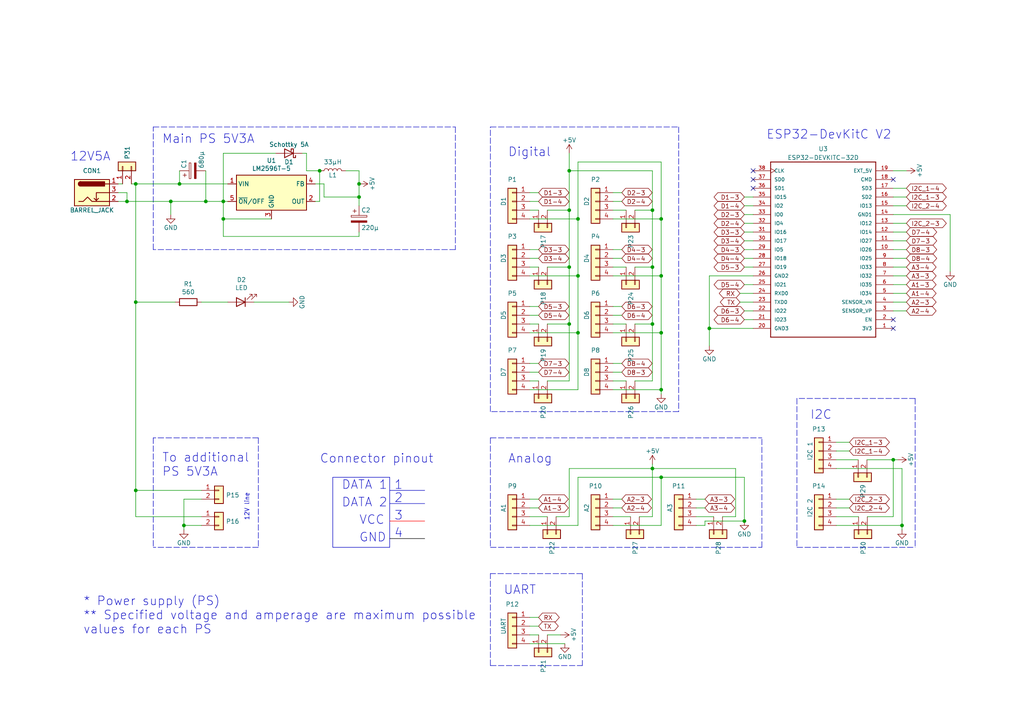
<source format=kicad_sch>
(kicad_sch (version 20211123) (generator eeschema)
  (paper "A4")
  (lib_symbols
    (symbol "Connector:Barrel_Jack_Switch" (pin_names hide)
      (property "Reference" "J" (at 0 5.334 0))
      (property "Value" "Barrel_Jack_Switch" (at 0 -5.08 0))
      (symbol "Barrel_Jack_Switch_0_1"
        (rectangle (start -5.08 3.81) (end 5.08 -3.81) (stroke (width 0.254)) (fill (type background)))
        (arc (start -3.302 3.175) (mid -3.937 2.54) (end -3.302 1.905) (stroke (width 0.254)))
        (arc (start -3.302 3.175) (mid -3.937 2.54) (end -3.302 1.905) (stroke (width 0.254)) (fill (type outline)))
        (polyline (pts (xy 1.27 -2.286) (xy 1.905 -1.651)) (stroke (width 0.254)))
        (polyline (pts (xy 5.08 2.54) (xy 3.81 2.54)) (stroke (width 0.254)))
        (polyline (pts (xy 5.08 0) (xy 1.27 0) (xy 1.27 -2.286) (xy 0.635 -1.651)) (stroke (width 0.254)))
        (polyline (pts (xy -3.81 -2.54) (xy -2.54 -2.54) (xy -1.27 -1.27) (xy 0 -2.54) (xy 2.54 -2.54) (xy 5.08 -2.54)) (stroke (width 0.254)))
        (rectangle (start 3.683 3.175) (end -3.302 1.905) (stroke (width 0.254)) (fill (type outline)))
      )
      (symbol "Barrel_Jack_Switch_1_1"
        (pin passive line (at 7.62 2.54 180) (length 2.54) (name "~") (number "1"))
        (pin passive line (at 7.62 -2.54 180) (length 2.54) (name "~") (number "2"))
        (pin passive line (at 7.62 0 180) (length 2.54) (name "~") (number "3"))
      )
    )
    (symbol "Connector_Generic:Conn_01x02" (pin_names (offset 1.016) hide)
      (property "Reference" "J" (at 0 2.54 0))
      (property "Value" "Conn_01x02" (at 0 -5.08 0))
      (symbol "Conn_01x02_1_1"
        (rectangle (start -1.27 -2.413) (end 0 -2.667) (stroke (width 0.1524)))
        (rectangle (start -1.27 0.127) (end 0 -0.127) (stroke (width 0.1524)))
        (rectangle (start -1.27 1.27) (end 1.27 -3.81) (stroke (width 0.254)) (fill (type background)))
        (pin passive line (at -5.08 0 0) (length 3.81) (name "Pin_1") (number "1"))
        (pin passive line (at -5.08 -2.54 0) (length 3.81) (name "Pin_2") (number "2"))
      )
    )
    (symbol "Connector_Generic:Conn_01x04" (pin_names (offset 1.016) hide)
      (property "Reference" "J" (at 0 5.08 0))
      (property "Value" "Conn_01x04" (at 0 -7.62 0))
      (symbol "Conn_01x04_1_1"
        (rectangle (start -1.27 -4.953) (end 0 -5.207) (stroke (width 0.1524)))
        (rectangle (start -1.27 -2.413) (end 0 -2.667) (stroke (width 0.1524)))
        (rectangle (start -1.27 0.127) (end 0 -0.127) (stroke (width 0.1524)))
        (rectangle (start -1.27 2.667) (end 0 2.413) (stroke (width 0.1524)))
        (rectangle (start -1.27 3.81) (end 1.27 -6.35) (stroke (width 0.254)) (fill (type background)))
        (pin passive line (at -5.08 2.54 0) (length 3.81) (name "Pin_1") (number "1"))
        (pin passive line (at -5.08 0 0) (length 3.81) (name "Pin_2") (number "2"))
        (pin passive line (at -5.08 -2.54 0) (length 3.81) (name "Pin_3") (number "3"))
        (pin passive line (at -5.08 -5.08 0) (length 3.81) (name "Pin_4") (number "4"))
      )
    )
    (symbol "Device:D_Schottky" (pin_numbers hide) (pin_names (offset 1.016) hide)
      (property "Reference" "D" (at 0 2.54 0))
      (property "Value" "D_Schottky" (at 0 -2.54 0))
      (symbol "D_Schottky_0_1"
        (polyline (pts (xy 1.27 0) (xy -1.27 0)))
        (polyline (pts (xy 1.27 1.27) (xy 1.27 -1.27) (xy -1.27 0) (xy 1.27 1.27)) (stroke (width 0.254)))
        (polyline (pts (xy -1.905 0.635) (xy -1.905 1.27) (xy -1.27 1.27) (xy -1.27 -1.27) (xy -0.635 -1.27) (xy -0.635 -0.635)) (stroke (width 0.254)))
      )
      (symbol "D_Schottky_1_1"
        (pin passive line (at -3.81 0 0) (length 2.54) (name "K") (number "1"))
        (pin passive line (at 3.81 0 180) (length 2.54) (name "A") (number "2"))
      )
    )
    (symbol "Device:L" (pin_numbers hide) (pin_names (offset 1.016) hide)
      (property "Reference" "L" (at -1.27 0 90))
      (property "Value" "L" (at 1.905 0 90))
      (symbol "L_0_1"
        (arc (start 0 -2.54) (mid 0.635 -1.905) (end 0 -1.27))
        (arc (start 0 -1.27) (mid 0.635 -0.635) (end 0 0))
        (arc (start 0 0) (mid 0.635 0.635) (end 0 1.27))
        (arc (start 0 1.27) (mid 0.635 1.905) (end 0 2.54))
      )
      (symbol "L_1_1"
        (pin passive line (at 0 3.81 270) (length 1.27) (name "1") (number "1"))
        (pin passive line (at 0 -3.81 90) (length 1.27) (name "2") (number "2"))
      )
    )
    (symbol "Device:LED" (pin_numbers hide) (pin_names (offset 1.016) hide)
      (property "Reference" "D" (at 0 2.54 0))
      (property "Value" "LED" (at 0 -2.54 0))
      (symbol "LED_0_1"
        (polyline (pts (xy -1.27 -1.27) (xy -1.27 1.27)) (stroke (width 0.254)))
        (polyline (pts (xy -1.27 0) (xy 1.27 0)))
        (polyline (pts (xy 1.27 -1.27) (xy 1.27 1.27) (xy -1.27 0) (xy 1.27 -1.27)) (stroke (width 0.254)))
        (polyline (pts (xy -3.048 -0.762) (xy -4.572 -2.286) (xy -3.81 -2.286) (xy -4.572 -2.286) (xy -4.572 -1.524)))
        (polyline (pts (xy -1.778 -0.762) (xy -3.302 -2.286) (xy -2.54 -2.286) (xy -3.302 -2.286) (xy -3.302 -1.524)))
      )
      (symbol "LED_1_1"
        (pin passive line (at -3.81 0 0) (length 2.54) (name "K") (number "1"))
        (pin passive line (at 3.81 0 180) (length 2.54) (name "A") (number "2"))
      )
    )
    (symbol "Device:R" (pin_numbers hide) (pin_names (offset 0))
      (property "Reference" "R" (at 2.032 0 90))
      (property "Value" "R" (at 0 0 90))
      (symbol "R_0_1"
        (rectangle (start -1.016 -2.54) (end 1.016 2.54) (stroke (width 0.254)))
      )
      (symbol "R_1_1"
        (pin passive line (at 0 3.81 270) (length 1.27) (name "~") (number "1"))
        (pin passive line (at 0 -3.81 90) (length 1.27) (name "~") (number "2"))
      )
    )
    (symbol "Regulator_Switching:LM2596T-5"
      (property "Reference" "U" (at -10.16 6.35 0))
      (property "Value" "LM2596T-5" (at 0 6.35 0))
      (symbol "LM2596T-5_0_1"
        (rectangle (start -10.16 5.08) (end 10.16 -5.08) (stroke (width 0.254)) (fill (type background)))
      )
      (symbol "LM2596T-5_1_1"
        (pin power_in line (at -12.7 2.54 0) (length 2.54) (name "VIN") (number "1"))
        (pin output line (at 12.7 -2.54 180) (length 2.54) (name "OUT") (number "2"))
        (pin power_in line (at 0 -7.62 90) (length 2.54) (name "GND") (number "3"))
        (pin input line (at 12.7 2.54 180) (length 2.54) (name "FB") (number "4"))
        (pin input line (at -12.7 -2.54 0) (length 2.54) (name "~{ON}/OFF") (number "5"))
      )
    )
    (symbol "beehive-rescue:CP-Device" (pin_numbers hide) (pin_names (offset 0.254))
      (property "Reference" "C" (at 0.635 2.54 0))
      (property "Value" "CP-Device" (at 0.635 -2.54 0))
      (symbol "CP-Device_0_1"
        (rectangle (start -2.286 0.508) (end 2.286 1.016))
        (polyline (pts (xy -1.778 2.286) (xy -0.762 2.286)))
        (polyline (pts (xy -1.27 2.794) (xy -1.27 1.778)))
        (rectangle (start 2.286 -0.508) (end -2.286 -1.016) (fill (type outline)))
      )
      (symbol "CP-Device_1_1"
        (pin passive line (at 0 3.81 270) (length 2.794) (name "~") (number "1"))
        (pin passive line (at 0 -3.81 90) (length 2.794) (name "~") (number "2"))
      )
    )
    (symbol "beehive-rescue:ESP32-DEVKITC-32D-ESP32-DEVKITC-32D" (pin_names (offset 1.016))
      (property "Reference" "U" (at -15.2654 26.0604 0))
      (property "Value" "ESP32-DEVKITC-32D-ESP32-DEVKITC-32D" (at -15.2654 -27.9654 0))
      (symbol "ESP32-DEVKITC-32D-ESP32-DEVKITC-32D_0_0"
        (polyline (pts (xy -15.24 -25.4) (xy -15.24 25.4)) (stroke (width 0.254)))
        (polyline (pts (xy -15.24 25.4) (xy 15.24 25.4)) (stroke (width 0.254)))
        (polyline (pts (xy 15.24 -25.4) (xy -15.24 -25.4)) (stroke (width 0.254)))
        (polyline (pts (xy 15.24 25.4) (xy 15.24 -25.4)) (stroke (width 0.254)))
        (pin power_in line (at -20.32 22.86 0) (length 5.08) (name "3V3") (number "1"))
        (pin bidirectional line (at -20.32 0 0) (length 5.08) (name "IO26") (number "10"))
        (pin bidirectional line (at -20.32 -2.54 0) (length 5.08) (name "IO27") (number "11"))
        (pin bidirectional line (at -20.32 -5.08 0) (length 5.08) (name "IO14") (number "12"))
        (pin bidirectional line (at -20.32 -7.62 0) (length 5.08) (name "IO12") (number "13"))
        (pin power_in line (at -20.32 -10.16 0) (length 5.08) (name "GND1") (number "14"))
        (pin bidirectional line (at -20.32 -12.7 0) (length 5.08) (name "IO13") (number "15"))
        (pin bidirectional line (at -20.32 -15.24 0) (length 5.08) (name "SD2") (number "16"))
        (pin bidirectional line (at -20.32 -17.78 0) (length 5.08) (name "SD3") (number "17"))
        (pin bidirectional line (at -20.32 -20.32 0) (length 5.08) (name "CMD") (number "18"))
        (pin power_in line (at -20.32 -22.86 0) (length 5.08) (name "EXT_5V") (number "19"))
        (pin input line (at -20.32 20.32 0) (length 5.08) (name "EN") (number "2"))
        (pin power_in line (at 20.32 22.86 180) (length 5.08) (name "GND3") (number "20"))
        (pin bidirectional line (at 20.32 20.32 180) (length 5.08) (name "IO23") (number "21"))
        (pin bidirectional line (at 20.32 17.78 180) (length 5.08) (name "IO22") (number "22"))
        (pin output line (at 20.32 15.24 180) (length 5.08) (name "TXD0") (number "23"))
        (pin input line (at 20.32 12.7 180) (length 5.08) (name "RXD0") (number "24"))
        (pin bidirectional line (at 20.32 10.16 180) (length 5.08) (name "IO21") (number "25"))
        (pin power_in line (at 20.32 7.62 180) (length 5.08) (name "GND2") (number "26"))
        (pin bidirectional line (at 20.32 5.08 180) (length 5.08) (name "IO19") (number "27"))
        (pin bidirectional line (at 20.32 2.54 180) (length 5.08) (name "IO18") (number "28"))
        (pin bidirectional line (at 20.32 0 180) (length 5.08) (name "IO5") (number "29"))
        (pin input line (at -20.32 17.78 0) (length 5.08) (name "SENSOR_VP") (number "3"))
        (pin bidirectional line (at 20.32 -2.54 180) (length 5.08) (name "IO17") (number "30"))
        (pin bidirectional line (at 20.32 -5.08 180) (length 5.08) (name "IO16") (number "31"))
        (pin bidirectional line (at 20.32 -7.62 180) (length 5.08) (name "IO4") (number "32"))
        (pin bidirectional line (at 20.32 -10.16 180) (length 5.08) (name "IO0") (number "33"))
        (pin bidirectional line (at 20.32 -12.7 180) (length 5.08) (name "IO2") (number "34"))
        (pin bidirectional line (at 20.32 -15.24 180) (length 5.08) (name "IO15") (number "35"))
        (pin bidirectional line (at 20.32 -17.78 180) (length 5.08) (name "SD1") (number "36"))
        (pin bidirectional line (at 20.32 -20.32 180) (length 5.08) (name "SD0") (number "37"))
        (pin input clock (at 20.32 -22.86 180) (length 5.08) (name "CLK") (number "38"))
        (pin input line (at -20.32 15.24 0) (length 5.08) (name "SENSOR_VN") (number "4"))
        (pin bidirectional line (at -20.32 12.7 0) (length 5.08) (name "IO34") (number "5"))
        (pin bidirectional line (at -20.32 10.16 0) (length 5.08) (name "IO35") (number "6"))
        (pin bidirectional line (at -20.32 7.62 0) (length 5.08) (name "IO32") (number "7"))
        (pin bidirectional line (at -20.32 5.08 0) (length 5.08) (name "IO33") (number "8"))
        (pin bidirectional line (at -20.32 2.54 0) (length 5.08) (name "IO25") (number "9"))
      )
    )
    (symbol "power:+5V" (power) (pin_names (offset 0))
      (property "Value" "+5V" (at 0 3.556 0))
      (symbol "+5V_0_1"
        (polyline (pts (xy -0.762 1.27) (xy 0 2.54)))
        (polyline (pts (xy 0 0) (xy 0 2.54)))
        (polyline (pts (xy 0 2.54) (xy 0.762 1.27)))
      )
      (symbol "+5V_1_1"
        (pin power_in line (at 0 0 90) (length 0) hide (name "+5V") (number "1"))
      )
    )
    (symbol "power:GND" (power) (pin_names (offset 0))
      (property "Value" "GND" (at 0 -3.81 0))
      (symbol "GND_0_1"
        (polyline (pts (xy 0 0) (xy 0 -1.27) (xy 1.27 -1.27) (xy 0 -2.54) (xy -1.27 -1.27) (xy 0 -1.27)))
      )
      (symbol "GND_1_1"
        (pin power_in line (at 0 0 270) (length 0) hide (name "GND") (number "1"))
      )
    )
  )
  (junction (at 191.77 80.01))
  (junction (at 191.77 63.5))
  (junction (at 167.64 63.5))
  (junction (at 39.37 87.63))
  (junction (at 59.69 58.42))
  (junction (at 189.23 77.47))
  (junction (at 52.07 53.34))
  (junction (at 49.53 58.42))
  (junction (at 191.77 138.43))
  (junction (at 189.23 93.98))
  (junction (at 261.62 152.4))
  (junction (at 36.83 58.42))
  (junction (at 167.64 96.52))
  (junction (at 191.77 96.52))
  (junction (at 92.71 49.53))
  (junction (at 104.14 53.34))
  (junction (at 215.9 151.13))
  (junction (at 165.1 49.53))
  (junction (at 191.77 113.03))
  (junction (at 64.77 63.5))
  (junction (at 53.34 152.4))
  (junction (at 165.1 93.98))
  (junction (at 259.08 133.35))
  (junction (at 39.37 142.24))
  (junction (at 104.14 57.15))
  (junction (at 39.37 53.34))
  (junction (at 189.23 60.96))
  (junction (at 205.74 95.25))
  (junction (at 64.77 58.42))
  (junction (at 189.23 135.89))
  (junction (at 167.64 80.01))
  (junction (at 165.1 77.47))
  (junction (at 165.1 60.96))
  (no_connect (at 259.08 95.25))
  (no_connect (at 218.44 54.61))
  (no_connect (at 259.08 92.71))
  (no_connect (at 259.08 52.07))
  (no_connect (at 218.44 49.53))
  (no_connect (at 218.44 52.07))
  (polyline (pts (xy 113.03 151.13) (xy 123.19 151.13)) (stroke (width 0) (type solid) (color 255 0 0 1)))
  (wire (pts (xy 201.93 149.86) (xy 207.01 149.86)))
  (wire (pts (xy 191.77 96.52) (xy 191.77 113.03)))
  (wire (pts (xy 218.44 82.55) (xy 215.9 82.55)))
  (wire (pts (xy 34.29 53.34) (xy 35.56 53.34)))
  (wire (pts (xy 184.15 93.98) (xy 189.23 93.98)))
  (wire (pts (xy 153.67 96.52) (xy 167.64 96.52)))
  (wire (pts (xy 180.34 88.9) (xy 177.8 88.9)))
  (wire (pts (xy 275.59 62.23) (xy 259.08 62.23)))
  (wire (pts (xy 218.44 64.77) (xy 215.9 64.77)))
  (wire (pts (xy 49.53 62.23) (xy 49.53 58.42)))
  (wire (pts (xy 53.34 144.78) (xy 58.42 144.78)))
  (wire (pts (xy 218.44 90.17) (xy 215.9 90.17)))
  (wire (pts (xy 205.74 80.01) (xy 205.74 95.25)))
  (wire (pts (xy 39.37 142.24) (xy 39.37 149.86)))
  (wire (pts (xy 156.21 144.78) (xy 153.67 144.78)))
  (wire (pts (xy 259.08 82.55) (xy 262.89 82.55)))
  (wire (pts (xy 246.38 130.81) (xy 242.57 130.81)))
  (wire (pts (xy 177.8 80.01) (xy 191.77 80.01)))
  (wire (pts (xy 165.1 44.45) (xy 165.1 49.53)))
  (wire (pts (xy 215.9 138.43) (xy 215.9 151.13)))
  (wire (pts (xy 177.8 63.5) (xy 191.77 63.5)))
  (wire (pts (xy 177.8 77.47) (xy 181.61 77.47)))
  (wire (pts (xy 180.34 107.95) (xy 177.8 107.95)))
  (wire (pts (xy 156.21 72.39) (xy 153.67 72.39)))
  (wire (pts (xy 64.77 44.45) (xy 64.77 58.42)))
  (polyline (pts (xy 265.43 115.57) (xy 231.14 115.57)))
  (wire (pts (xy 64.77 44.45) (xy 80.01 44.45)))
  (wire (pts (xy 104.14 68.58) (xy 104.14 67.31)))
  (wire (pts (xy 180.34 91.44) (xy 177.8 91.44)))
  (wire (pts (xy 184.15 60.96) (xy 189.23 60.96)))
  (wire (pts (xy 262.89 49.53) (xy 259.08 49.53)))
  (wire (pts (xy 73.66 87.63) (xy 83.82 87.63)))
  (wire (pts (xy 218.44 59.69) (xy 215.9 59.69)))
  (wire (pts (xy 153.67 60.96) (xy 156.21 60.96)))
  (polyline (pts (xy 265.43 115.57) (xy 265.43 158.75)))
  (polyline (pts (xy 168.91 166.37) (xy 168.91 193.04)))
  (wire (pts (xy 161.29 149.86) (xy 165.1 149.86)))
  (polyline (pts (xy 142.24 127) (xy 142.24 158.75)))
  (wire (pts (xy 36.83 55.88) (xy 36.83 58.42)))
  (wire (pts (xy 49.53 58.42) (xy 59.69 58.42)))
  (wire (pts (xy 153.67 186.69) (xy 163.83 186.69)))
  (wire (pts (xy 64.77 68.58) (xy 104.14 68.58)))
  (wire (pts (xy 259.08 69.85) (xy 262.89 69.85)))
  (wire (pts (xy 189.23 135.89) (xy 213.36 135.89)))
  (wire (pts (xy 64.77 58.42) (xy 64.77 63.5)))
  (wire (pts (xy 215.9 62.23) (xy 218.44 62.23)))
  (polyline (pts (xy 113.03 142.24) (xy 123.19 142.24)) (stroke (width 0) (type solid)))
  (wire (pts (xy 92.71 58.42) (xy 91.44 58.42)))
  (wire (pts (xy 52.07 53.34) (xy 66.04 53.34)))
  (wire (pts (xy 39.37 53.34) (xy 52.07 53.34)))
  (wire (pts (xy 246.38 128.27) (xy 242.57 128.27)))
  (wire (pts (xy 156.21 105.41) (xy 153.67 105.41)))
  (wire (pts (xy 204.47 152.4) (xy 204.47 151.13)))
  (wire (pts (xy 180.34 147.32) (xy 177.8 147.32)))
  (polyline (pts (xy 132.08 36.83) (xy 132.08 72.39)))
  (wire (pts (xy 218.44 72.39) (xy 215.9 72.39)))
  (wire (pts (xy 180.34 144.78) (xy 177.8 144.78)))
  (wire (pts (xy 259.08 90.17) (xy 262.89 90.17)))
  (wire (pts (xy 87.63 44.45) (xy 88.9 44.45)))
  (polyline (pts (xy 96.52 158.75) (xy 113.03 158.75)) (stroke (width 0) (type solid)))
  (wire (pts (xy 189.23 135.89) (xy 189.23 134.62)))
  (polyline (pts (xy 113.03 156.21) (xy 123.19 156.21)) (stroke (width 0) (type solid) (color 0 0 0 1)))
  (wire (pts (xy 259.08 64.77) (xy 262.89 64.77)))
  (wire (pts (xy 189.23 93.98) (xy 189.23 110.49)))
  (wire (pts (xy 165.1 135.89) (xy 165.1 149.86)))
  (wire (pts (xy 53.34 152.4) (xy 53.34 144.78)))
  (wire (pts (xy 64.77 58.42) (xy 66.04 58.42)))
  (wire (pts (xy 165.1 93.98) (xy 165.1 110.49)))
  (wire (pts (xy 59.69 58.42) (xy 64.77 58.42)))
  (wire (pts (xy 205.74 95.25) (xy 205.74 100.33)))
  (wire (pts (xy 158.75 93.98) (xy 165.1 93.98)))
  (wire (pts (xy 215.9 74.93) (xy 218.44 74.93)))
  (wire (pts (xy 153.67 152.4) (xy 167.64 152.4)))
  (wire (pts (xy 153.67 149.86) (xy 158.75 149.86)))
  (wire (pts (xy 153.67 110.49) (xy 156.21 110.49)))
  (wire (pts (xy 191.77 46.99) (xy 191.77 63.5)))
  (wire (pts (xy 153.67 113.03) (xy 167.64 113.03)))
  (wire (pts (xy 88.9 49.53) (xy 92.71 49.53)))
  (polyline (pts (xy 44.45 72.39) (xy 44.45 36.83)))
  (wire (pts (xy 153.67 80.01) (xy 167.64 80.01)))
  (wire (pts (xy 177.8 149.86) (xy 182.88 149.86)))
  (wire (pts (xy 158.75 77.47) (xy 165.1 77.47)))
  (wire (pts (xy 259.08 80.01) (xy 262.89 80.01)))
  (polyline (pts (xy 132.08 72.39) (xy 44.45 72.39)))
  (wire (pts (xy 36.83 58.42) (xy 49.53 58.42)))
  (wire (pts (xy 165.1 49.53) (xy 165.1 60.96)))
  (wire (pts (xy 218.44 85.09) (xy 214.63 85.09)))
  (polyline (pts (xy 231.14 115.57) (xy 231.14 158.75)))
  (wire (pts (xy 156.21 147.32) (xy 153.67 147.32)))
  (wire (pts (xy 184.15 110.49) (xy 189.23 110.49)))
  (wire (pts (xy 259.08 54.61) (xy 262.89 54.61)))
  (polyline (pts (xy 96.52 138.43) (xy 96.52 158.75)) (stroke (width 0) (type solid)))
  (wire (pts (xy 53.34 153.67) (xy 53.34 152.4)))
  (wire (pts (xy 213.36 135.89) (xy 213.36 149.86)))
  (wire (pts (xy 218.44 77.47) (xy 215.9 77.47)))
  (wire (pts (xy 64.77 63.5) (xy 78.74 63.5)))
  (wire (pts (xy 218.44 87.63) (xy 214.63 87.63)))
  (wire (pts (xy 167.64 96.52) (xy 167.64 113.03)))
  (wire (pts (xy 259.08 133.35) (xy 259.08 149.86)))
  (wire (pts (xy 64.77 63.5) (xy 64.77 68.58)))
  (wire (pts (xy 156.21 88.9) (xy 153.67 88.9)))
  (wire (pts (xy 189.23 77.47) (xy 189.23 93.98)))
  (wire (pts (xy 93.98 57.15) (xy 104.14 57.15)))
  (wire (pts (xy 165.1 60.96) (xy 165.1 77.47)))
  (wire (pts (xy 191.77 138.43) (xy 215.9 138.43)))
  (polyline (pts (xy 44.45 36.83) (xy 132.08 36.83)))
  (wire (pts (xy 261.62 152.4) (xy 261.62 135.89)))
  (wire (pts (xy 180.34 58.42) (xy 177.8 58.42)))
  (wire (pts (xy 259.08 85.09) (xy 262.89 85.09)))
  (wire (pts (xy 261.62 153.67) (xy 261.62 152.4)))
  (wire (pts (xy 167.64 138.43) (xy 191.77 138.43)))
  (wire (pts (xy 259.08 87.63) (xy 262.89 87.63)))
  (wire (pts (xy 177.8 110.49) (xy 181.61 110.49)))
  (polyline (pts (xy 142.24 193.04) (xy 142.24 166.37)))
  (wire (pts (xy 88.9 44.45) (xy 88.9 49.53)))
  (polyline (pts (xy 74.93 127) (xy 74.93 158.75)))
  (wire (pts (xy 58.42 142.24) (xy 39.37 142.24)))
  (wire (pts (xy 153.67 63.5) (xy 167.64 63.5)))
  (wire (pts (xy 158.7714 184.15) (xy 162.56 184.15)))
  (wire (pts (xy 53.34 152.4) (xy 58.42 152.4)))
  (polyline (pts (xy 142.24 193.04) (xy 168.91 193.04)))
  (wire (pts (xy 180.34 55.88) (xy 177.8 55.88)))
  (wire (pts (xy 246.38 147.32) (xy 242.57 147.32)))
  (polyline (pts (xy 142.24 158.75) (xy 220.98 158.75)))
  (wire (pts (xy 184.15 77.47) (xy 189.23 77.47)))
  (wire (pts (xy 167.64 46.99) (xy 167.64 63.5)))
  (wire (pts (xy 209.55 149.86) (xy 213.36 149.86)))
  (wire (pts (xy 59.69 49.53) (xy 59.69 58.42)))
  (wire (pts (xy 205.74 95.25) (xy 218.44 95.25)))
  (wire (pts (xy 242.57 149.86) (xy 249.0189 149.86)))
  (wire (pts (xy 93.98 53.34) (xy 93.98 57.15)))
  (wire (pts (xy 242.57 135.89) (xy 261.62 135.89)))
  (wire (pts (xy 204.47 151.13) (xy 215.9 151.13)))
  (polyline (pts (xy 113.03 158.75) (xy 113.03 138.43)) (stroke (width 0) (type solid)))
  (wire (pts (xy 218.44 69.85) (xy 215.9 69.85)))
  (wire (pts (xy 191.77 63.5) (xy 191.77 80.01)))
  (wire (pts (xy 153.67 77.47) (xy 156.21 77.47)))
  (polyline (pts (xy 74.93 158.75) (xy 44.45 158.75)))
  (wire (pts (xy 156.21 58.42) (xy 153.67 58.42)))
  (wire (pts (xy 189.23 135.89) (xy 189.23 149.86)))
  (wire (pts (xy 259.08 133.35) (xy 260.35 133.35)))
  (wire (pts (xy 156.21 74.93) (xy 153.67 74.93)))
  (wire (pts (xy 156.21 91.44) (xy 153.67 91.44)))
  (wire (pts (xy 180.34 105.41) (xy 177.8 105.41)))
  (wire (pts (xy 156.21 107.95) (xy 153.67 107.95)))
  (wire (pts (xy 177.8 152.4) (xy 191.77 152.4)))
  (wire (pts (xy 104.14 49.53) (xy 100.33 49.53)))
  (wire (pts (xy 251.5589 149.86) (xy 259.08 149.86)))
  (wire (pts (xy 177.8 93.98) (xy 181.61 93.98)))
  (wire (pts (xy 39.37 149.86) (xy 58.42 149.86)))
  (wire (pts (xy 156.21 55.88) (xy 153.67 55.88)))
  (wire (pts (xy 39.37 53.34) (xy 39.37 87.63)))
  (wire (pts (xy 275.59 78.74) (xy 275.59 62.23)))
  (wire (pts (xy 242.57 152.4) (xy 261.62 152.4)))
  (wire (pts (xy 242.57 144.78) (xy 246.38 144.78)))
  (polyline (pts (xy 196.85 119.38) (xy 142.24 119.38)))
  (wire (pts (xy 251.4528 133.35) (xy 259.08 133.35)))
  (wire (pts (xy 189.23 49.53) (xy 189.23 60.96)))
  (wire (pts (xy 177.8 96.52) (xy 191.77 96.52)))
  (wire (pts (xy 201.93 152.4) (xy 204.47 152.4)))
  (wire (pts (xy 259.08 57.15) (xy 262.89 57.15)))
  (polyline (pts (xy 113.03 146.05) (xy 123.19 146.05)) (stroke (width 0) (type solid)))
  (wire (pts (xy 259.08 59.69) (xy 262.89 59.69)))
  (wire (pts (xy 153.67 93.98) (xy 156.21 93.98)))
  (wire (pts (xy 104.14 53.34) (xy 104.14 57.15)))
  (polyline (pts (xy 74.93 127) (xy 44.45 127)))
  (wire (pts (xy 218.44 92.71) (xy 215.9 92.71)))
  (wire (pts (xy 58.42 87.63) (xy 66.04 87.63)))
  (wire (pts (xy 259.08 72.39) (xy 262.89 72.39)))
  (wire (pts (xy 180.34 72.39) (xy 177.8 72.39)))
  (wire (pts (xy 167.64 46.99) (xy 191.77 46.99)))
  (wire (pts (xy 177.8 113.03) (xy 191.77 113.03)))
  (wire (pts (xy 93.98 53.34) (xy 91.44 53.34)))
  (wire (pts (xy 165.1 49.53) (xy 189.23 49.53)))
  (wire (pts (xy 92.71 49.53) (xy 92.71 58.42)))
  (wire (pts (xy 167.64 80.01) (xy 167.64 96.52)))
  (wire (pts (xy 104.14 49.53) (xy 104.14 53.34)))
  (polyline (pts (xy 142.24 36.83) (xy 196.85 36.83)))
  (wire (pts (xy 191.77 138.43) (xy 191.77 152.4)))
  (wire (pts (xy 259.08 74.93) (xy 262.89 74.93)))
  (wire (pts (xy 39.37 87.63) (xy 50.8 87.63)))
  (wire (pts (xy 167.64 138.43) (xy 167.64 152.4)))
  (wire (pts (xy 153.67 179.07) (xy 156.21 179.07)))
  (wire (pts (xy 189.23 60.96) (xy 189.23 77.47)))
  (wire (pts (xy 39.37 87.63) (xy 39.37 142.24)))
  (wire (pts (xy 177.8 60.96) (xy 181.61 60.96)))
  (polyline (pts (xy 196.85 36.83) (xy 196.85 119.38)))
  (wire (pts (xy 259.08 67.31) (xy 262.89 67.31)))
  (wire (pts (xy 185.42 149.86) (xy 189.23 149.86)))
  (wire (pts (xy 34.29 58.42) (xy 36.83 58.42)))
  (wire (pts (xy 204.47 144.78) (xy 201.93 144.78)))
  (wire (pts (xy 204.47 147.32) (xy 201.93 147.32)))
  (polyline (pts (xy 44.45 127) (xy 44.45 158.75)))
  (wire (pts (xy 34.29 55.88) (xy 36.83 55.88)))
  (wire (pts (xy 158.75 60.96) (xy 165.1 60.96)))
  (wire (pts (xy 218.44 67.31) (xy 215.9 67.31)))
  (polyline (pts (xy 168.91 166.37) (xy 142.24 166.37)))
  (wire (pts (xy 191.77 113.03) (xy 191.77 114.3)))
  (wire (pts (xy 165.1 77.47) (xy 165.1 93.98)))
  (wire (pts (xy 38.1 53.34) (xy 39.37 53.34)))
  (wire (pts (xy 167.64 63.5) (xy 167.64 80.01)))
  (wire (pts (xy 158.75 110.49) (xy 165.1 110.49)))
  (wire (pts (xy 242.57 133.35) (xy 248.9128 133.35)))
  (polyline (pts (xy 142.24 127) (xy 220.98 127)))
  (wire (pts (xy 180.34 74.93) (xy 177.8 74.93)))
  (wire (pts (xy 52.07 49.53) (xy 52.07 53.34)))
  (wire (pts (xy 218.44 80.01) (xy 205.74 80.01)))
  (wire (pts (xy 218.44 57.15) (xy 215.9 57.15)))
  (polyline (pts (xy 113.03 138.43) (xy 96.52 138.43)) (stroke (width 0) (type solid)))
  (wire (pts (xy 165.1 135.89) (xy 189.23 135.89)))
  (wire (pts (xy 153.67 184.15) (xy 156.2314 184.15)))
  (wire (pts (xy 259.08 77.47) (xy 262.89 77.47)))
  (wire (pts (xy 153.67 181.61) (xy 156.21 181.61)))
  (wire (pts (xy 104.14 59.69) (xy 104.14 57.15)))
  (wire (pts (xy 191.77 80.01) (xy 191.77 96.52)))
  (polyline (pts (xy 142.24 119.38) (xy 142.24 36.83)))
  (polyline (pts (xy 231.14 158.75) (xy 265.43 158.75)))
  (polyline (pts (xy 220.98 158.75) (xy 220.98 127)))
  (text "Connector pinout" (at 92.71 134.62 0) (effects (font (size 2.54 2.54)) (justify left bottom)))
  (text "12V line" (at 72.39 151.13 90) (effects (font (size 1.27 1.27)) (justify left bottom)))
  (text "To additional\nPS 5V3A" (at 46.99 138.43 0) (effects (font (size 2.54 2.54)) (justify left bottom)))
  (text "VCC" (at 104.14 152.4 0) (effects (font (size 2.54 2.54)) (justify left bottom)))
  (text "Analog" (at 147.32 134.62 0) (effects (font (size 2.54 2.54)) (justify left bottom)))
  (text "12V5A" (at 20.32 46.99 0) (effects (font (size 2.54 2.54)) (justify left bottom)))
  (text "DATA 1\n" (at 99.06 142.24 0) (effects (font (size 2.54 2.54)) (justify left bottom)))
  (text "GND" (at 104.14 157.48 0) (effects (font (size 2.54 2.54)) (justify left bottom)))
  (text "4" (at 114.3 156.21 0) (effects (font (size 2.54 2.54)) (justify left bottom)))
  (text "ESP32-DevKitC V2" (at 222.25 40.64 0) (effects (font (size 2.54 2.54)) (justify left bottom)))
  (text "2" (at 114.3 146.05 0) (effects (font (size 2.54 2.54)) (justify left bottom)))
  (text "1" (at 114.3 142.24 0) (effects (font (size 2.54 2.54)) (justify left bottom)))
  (text "Main PS 5V3A" (at 46.99 41.91 0) (effects (font (size 2.54 2.54)) (justify left bottom)))
  (text "3" (at 114.3 151.13 0) (effects (font (size 2.54 2.54)) (justify left bottom)))
  (text "* Power supply (PS)\n** Specified voltage and amperage are maximum possible\nvalues for each PS " (at 24.13 184.15 0) (effects (font (size 2.54 2.54)) (justify left bottom)))
  (text "DATA 2  " (at 99.06 147.32 0) (effects (font (size 2.54 2.54)) (justify left bottom)))
  (text "I2C" (at 234.95 121.92 0) (effects (font (size 2.54 2.54)) (justify left bottom)))
  (text "UART" (at 146.05 172.72 0) (effects (font (size 2.54 2.54)) (justify left bottom)))
  (text "Digital" (at 147.32 45.72 0) (effects (font (size 2.54 2.54)) (justify left bottom)))
  (global_label "D3-4" (shape bidirectional) (at 215.9 69.85 180) (property "Intersheet References" "${INTERSHEET_REFS}" (effects hide)))
  (global_label "D4-3" (shape bidirectional) (at 180.34 72.39 0) (property "Intersheet References" "${INTERSHEET_REFS}" (effects hide)))
  (global_label "D4-3" (shape bidirectional) (at 215.9 72.39 180) (property "Intersheet References" "${INTERSHEET_REFS}" (effects hide)))
  (global_label "I2C_2-4" (shape bidirectional) (at 246.38 147.32 0) (property "Intersheet References" "${INTERSHEET_REFS}" (effects hide)))
  (global_label "D2-4" (shape bidirectional) (at 215.9 64.77 180) (property "Intersheet References" "${INTERSHEET_REFS}" (effects hide)))
  (global_label "D5-4" (shape bidirectional) (at 156.21 91.44 0) (property "Intersheet References" "${INTERSHEET_REFS}" (effects hide)))
  (global_label "D1-4" (shape bidirectional) (at 156.21 58.42 0) (property "Intersheet References" "${INTERSHEET_REFS}" (effects hide)))
  (global_label "A2-4" (shape bidirectional) (at 262.89 90.17 0) (property "Intersheet References" "${INTERSHEET_REFS}" (effects hide)))
  (global_label "RX" (shape bidirectional) (at 156.21 179.07 0) (property "Intersheet References" "${INTERSHEET_REFS}" (effects hide)))
  (global_label "I2C_2-3" (shape bidirectional) (at 246.38 144.78 0) (property "Intersheet References" "${INTERSHEET_REFS}" (effects hide)))
  (global_label "I2C_1-4" (shape bidirectional) (at 262.89 54.61 0) (property "Intersheet References" "${INTERSHEET_REFS}" (effects hide)))
  (global_label "D1-3" (shape bidirectional) (at 215.9 57.15 180) (property "Intersheet References" "${INTERSHEET_REFS}" (effects hide)))
  (global_label "D8-3" (shape bidirectional) (at 180.34 107.95 0) (property "Intersheet References" "${INTERSHEET_REFS}" (effects hide)))
  (global_label "D2-3" (shape bidirectional) (at 215.9 62.23 180) (property "Intersheet References" "${INTERSHEET_REFS}" (effects hide)))
  (global_label "A2-3" (shape bidirectional) (at 262.89 87.63 0) (property "Intersheet References" "${INTERSHEET_REFS}" (effects hide)))
  (global_label "RX" (shape bidirectional) (at 214.63 85.09 180) (property "Intersheet References" "${INTERSHEET_REFS}" (effects hide)))
  (global_label "D7-4" (shape bidirectional) (at 262.89 67.31 0) (property "Intersheet References" "${INTERSHEET_REFS}" (effects hide)))
  (global_label "A1-3" (shape bidirectional) (at 262.89 82.55 0) (property "Intersheet References" "${INTERSHEET_REFS}" (effects hide)))
  (global_label "D4-4" (shape bidirectional) (at 215.9 74.93 180) (property "Intersheet References" "${INTERSHEET_REFS}" (effects hide)))
  (global_label "D6-3" (shape bidirectional) (at 215.9 90.17 180) (property "Intersheet References" "${INTERSHEET_REFS}" (effects hide)))
  (global_label "D3-4" (shape bidirectional) (at 156.21 74.93 0) (property "Intersheet References" "${INTERSHEET_REFS}" (effects hide)))
  (global_label "D4-4" (shape bidirectional) (at 180.34 74.93 0) (property "Intersheet References" "${INTERSHEET_REFS}" (effects hide)))
  (global_label "I2C_2-3" (shape bidirectional) (at 262.89 64.77 0) (property "Intersheet References" "${INTERSHEET_REFS}" (effects hide)))
  (global_label "A2-4" (shape bidirectional) (at 180.34 147.32 0) (property "Intersheet References" "${INTERSHEET_REFS}" (effects hide)))
  (global_label "D5-3" (shape bidirectional) (at 156.21 88.9 0) (property "Intersheet References" "${INTERSHEET_REFS}" (effects hide)))
  (global_label "A2-3" (shape bidirectional) (at 180.34 144.78 0) (property "Intersheet References" "${INTERSHEET_REFS}" (effects hide)))
  (global_label "TX" (shape bidirectional) (at 214.63 87.63 180) (property "Intersheet References" "${INTERSHEET_REFS}" (effects hide)))
  (global_label "I2C_2-4" (shape bidirectional) (at 262.89 59.69 0) (property "Intersheet References" "${INTERSHEET_REFS}" (effects hide)))
  (global_label "D8-4" (shape bidirectional) (at 262.89 74.93 0) (property "Intersheet References" "${INTERSHEET_REFS}" (effects hide)))
  (global_label "I2C_1-3" (shape bidirectional) (at 262.89 57.15 0) (property "Intersheet References" "${INTERSHEET_REFS}" (effects hide)))
  (global_label "I2C_1-4" (shape bidirectional) (at 246.38 130.81 0) (property "Intersheet References" "${INTERSHEET_REFS}" (effects hide)))
  (global_label "D8-3" (shape bidirectional) (at 262.89 72.39 0) (property "Intersheet References" "${INTERSHEET_REFS}" (effects hide)))
  (global_label "D6-4" (shape bidirectional) (at 180.34 91.44 0) (property "Intersheet References" "${INTERSHEET_REFS}" (effects hide)))
  (global_label "A3-4" (shape bidirectional) (at 262.89 77.47 0) (property "Intersheet References" "${INTERSHEET_REFS}" (effects hide)))
  (global_label "A3-4" (shape bidirectional) (at 204.47 147.32 0) (property "Intersheet References" "${INTERSHEET_REFS}" (effects hide)))
  (global_label "D7-3" (shape bidirectional) (at 262.89 69.85 0) (property "Intersheet References" "${INTERSHEET_REFS}" (effects hide)))
  (global_label "D5-3" (shape bidirectional) (at 215.9 77.47 180) (property "Intersheet References" "${INTERSHEET_REFS}" (effects hide)))
  (global_label "A1-4" (shape bidirectional) (at 156.21 144.78 0) (property "Intersheet References" "${INTERSHEET_REFS}" (effects hide)))
  (global_label "A1-3" (shape bidirectional) (at 156.21 147.32 0) (property "Intersheet References" "${INTERSHEET_REFS}" (effects hide)))
  (global_label "A3-3" (shape bidirectional) (at 204.47 144.78 0) (property "Intersheet References" "${INTERSHEET_REFS}" (effects hide)))
  (global_label "TX" (shape bidirectional) (at 156.21 181.61 0) (property "Intersheet References" "${INTERSHEET_REFS}" (effects hide)))
  (global_label "I2C_1-3" (shape bidirectional) (at 246.38 128.27 0) (property "Intersheet References" "${INTERSHEET_REFS}" (effects hide)))
  (global_label "D5-4" (shape bidirectional) (at 215.9 82.55 180) (property "Intersheet References" "${INTERSHEET_REFS}" (effects hide)))
  (global_label "A3-3" (shape bidirectional) (at 262.89 80.01 0) (property "Intersheet References" "${INTERSHEET_REFS}" (effects hide)))
  (global_label "D3-3" (shape bidirectional) (at 215.9 67.31 180) (property "Intersheet References" "${INTERSHEET_REFS}" (effects hide)))
  (global_label "D8-4" (shape bidirectional) (at 180.34 105.41 0) (property "Intersheet References" "${INTERSHEET_REFS}" (effects hide)))
  (global_label "D1-4" (shape bidirectional) (at 215.9 59.69 180) (property "Intersheet References" "${INTERSHEET_REFS}" (effects hide)))
  (global_label "D1-3" (shape bidirectional) (at 156.21 55.88 0) (property "Intersheet References" "${INTERSHEET_REFS}" (effects hide)))
  (global_label "D2-3" (shape bidirectional) (at 180.34 55.88 0) (property "Intersheet References" "${INTERSHEET_REFS}" (effects hide)))
  (global_label "D6-3" (shape bidirectional) (at 180.34 88.9 0) (property "Intersheet References" "${INTERSHEET_REFS}" (effects hide)))
  (global_label "D3-3" (shape bidirectional) (at 156.21 72.39 0) (property "Intersheet References" "${INTERSHEET_REFS}" (effects hide)))
  (global_label "D2-4" (shape bidirectional) (at 180.34 58.42 0) (property "Intersheet References" "${INTERSHEET_REFS}" (effects hide)))
  (global_label "A1-4" (shape bidirectional) (at 262.89 85.09 0) (property "Intersheet References" "${INTERSHEET_REFS}" (effects hide)))
  (global_label "D7-3" (shape bidirectional) (at 156.21 105.41 0) (property "Intersheet References" "${INTERSHEET_REFS}" (effects hide)))
  (global_label "D7-4" (shape bidirectional) (at 156.21 107.95 0) (property "Intersheet References" "${INTERSHEET_REFS}" (effects hide)))
  (global_label "D6-4" (shape bidirectional) (at 215.9 92.71 180) (property "Intersheet References" "${INTERSHEET_REFS}" (effects hide)))
  (symbol (lib_id "Connector:Barrel_Jack_Switch") (at 26.67 55.88 0) (unit 1)
    (property "Reference" "CON1" (at 26.67 49.53 0))
    (property "Value" "BARREL_JACK" (at 26.67 60.96 0))
    (property "Footprint" "Connector_BarrelJack:BarrelJack_Horizontal" (effects hide))
  )
  (symbol (lib_id "beehive-rescue:CP-Device") (at 55.88 49.53 90) (unit 1)
    (property "Reference" "C1" (at 53.34 48.895 0) (effects (justify left)))
    (property "Value" "680µ" (at 58.42 48.895 0) (effects (justify left)))
    (property "Footprint" "Capacitor_THT:C_Radial_D10_L21_P5" (effects hide))
  )
  (symbol (lib_id "Device:D_Schottky") (at 83.82 44.45 180) (unit 1)
    (property "Reference" "D1" (at 83.82 46.99 0))
    (property "Value" "Schottky 5A" (at 83.82 41.91 0))
    (property "Footprint" "Diode_THT:Diode_DO-201AD_Horizontal_RM15" (effects hide))
  )
  (symbol (lib_id "beehive-rescue:CP-Device") (at 104.14 63.5 0) (unit 1)
    (property "Reference" "C2" (at 104.775 60.96 0) (effects (justify left)))
    (property "Value" "220µ" (at 104.775 66.04 0) (effects (justify left)))
    (property "Footprint" "Capacitor_THT:C_Radial_D8_L13_P3.8" (effects hide))
  )
  (symbol (lib_id "Device:L") (at 96.52 49.53 90) (unit 1)
    (property "Reference" "L1" (at 96.52 50.8 90))
    (property "Value" "33µH" (at 96.52 46.99 90))
    (property "Footprint" "Inductor_THT:Neosid_Inductor_MA-Bs75" (effects hide))
  )
  (symbol (lib_id "power:GND") (at 49.53 62.23 0) (unit 1)
    (property "Reference" "#PWR01" (effects hide))
    (property "Value" "GND" (at 49.53 66.04 0))
  )
  (symbol (lib_id "Connector_Generic:Conn_01x04") (at 237.49 130.81 0) (mirror y) (unit 1)
    (property "Reference" "P13" (at 237.49 124.46 0))
    (property "Value" "I2C 1" (at 234.95 130.81 90))
    (property "Footprint" "Connector_JST:JST_XH_B04B-XH-A_04x2.50mm_Straight" (effects hide))
  )
  (symbol (lib_id "Connector_Generic:Conn_01x04") (at 148.59 58.42 0) (mirror y) (unit 1)
    (property "Reference" "P1" (at 148.59 52.07 0))
    (property "Value" "D1" (at 146.05 58.42 90))
    (property "Footprint" "Connector_JST:JST_XH_B04B-XH-A_04x2.50mm_Straight" (effects hide))
  )
  (symbol (lib_id "Connector_Generic:Conn_01x04") (at 148.59 74.93 0) (mirror y) (unit 1)
    (property "Reference" "P3" (at 148.59 68.58 0))
    (property "Value" "D3" (at 146.05 74.93 90))
    (property "Footprint" "Connector_JST:JST_XH_B04B-XH-A_04x2.50mm_Straight" (effects hide))
  )
  (symbol (lib_id "Connector_Generic:Conn_01x04") (at 172.72 74.93 0) (mirror y) (unit 1)
    (property "Reference" "P4" (at 172.72 68.58 0))
    (property "Value" "D4" (at 170.18 74.93 90))
    (property "Footprint" "Connector_JST:JST_XH_B04B-XH-A_04x2.50mm_Straight" (effects hide))
  )
  (symbol (lib_id "Connector_Generic:Conn_01x04") (at 148.59 91.44 0) (mirror y) (unit 1)
    (property "Reference" "P5" (at 148.59 85.09 0))
    (property "Value" "D5" (at 146.05 91.44 90))
    (property "Footprint" "Connector_JST:JST_XH_B04B-XH-A_04x2.50mm_Straight" (effects hide))
  )
  (symbol (lib_id "Connector_Generic:Conn_01x04") (at 172.72 91.44 0) (mirror y) (unit 1)
    (property "Reference" "P6" (at 172.72 85.09 0))
    (property "Value" "D6" (at 170.18 91.44 90))
    (property "Footprint" "Connector_JST:JST_XH_B04B-XH-A_04x2.50mm_Straight" (effects hide))
  )
  (symbol (lib_id "Connector_Generic:Conn_01x04") (at 148.59 107.95 0) (mirror y) (unit 1)
    (property "Reference" "P7" (at 148.59 101.6 0))
    (property "Value" "D7" (at 146.05 107.95 90))
    (property "Footprint" "Connector_JST:JST_XH_B04B-XH-A_04x2.50mm_Straight" (effects hide))
  )
  (symbol (lib_id "Connector_Generic:Conn_01x04") (at 172.72 107.95 0) (mirror y) (unit 1)
    (property "Reference" "P8" (at 172.72 101.6 0))
    (property "Value" "D8" (at 170.18 107.95 90))
    (property "Footprint" "Connector_JST:JST_XH_B04B-XH-A_04x2.50mm_Straight" (effects hide))
  )
  (symbol (lib_id "Connector_Generic:Conn_01x04") (at 148.59 147.32 0) (mirror y) (unit 1)
    (property "Reference" "P9" (at 148.59 140.97 0))
    (property "Value" "A1" (at 146.05 147.32 90))
    (property "Footprint" "Connector_JST:JST_XH_B04B-XH-A_04x2.50mm_Straight" (effects hide))
  )
  (symbol (lib_id "Connector_Generic:Conn_01x04") (at 172.72 147.32 0) (mirror y) (unit 1)
    (property "Reference" "P10" (at 172.72 140.97 0))
    (property "Value" "A2" (at 170.18 147.32 90))
    (property "Footprint" "Connector_JST:JST_XH_B04B-XH-A_04x2.50mm_Straight" (effects hide))
  )
  (symbol (lib_id "Connector_Generic:Conn_01x04") (at 196.85 147.32 0) (mirror y) (unit 1)
    (property "Reference" "P11" (at 196.85 140.97 0))
    (property "Value" "A3" (at 194.31 147.32 90))
    (property "Footprint" "Connector_JST:JST_XH_B04B-XH-A_04x2.50mm_Straight" (effects hide))
  )
  (symbol (lib_id "Connector_Generic:Conn_01x04") (at 148.59 181.61 0) (mirror y) (unit 1)
    (property "Reference" "P12" (at 148.59 175.26 0))
    (property "Value" "UART" (at 146.05 181.61 90))
    (property "Footprint" "Connector_JST:JST_XH_B04B-XH-A_04x2.50mm_Straight" (effects hide))
  )
  (symbol (lib_id "power:GND") (at 163.83 186.69 0) (unit 1)
    (property "Reference" "#PWR0113" (effects hide))
    (property "Value" "GND" (at 163.83 190.5 0))
  )
  (symbol (lib_id "power:+5V") (at 162.56 184.15 270) (unit 1)
    (property "Reference" "#PWR0114" (effects hide))
    (property "Value" "+5V" (at 166.37 184.15 0))
  )
  (symbol (lib_id "power:+5V") (at 165.1 44.45 0) (unit 1)
    (property "Reference" "#PWR0108" (effects hide))
    (property "Value" "+5V" (at 165.1 40.64 0))
  )
  (symbol (lib_id "beehive-rescue:ESP32-DEVKITC-32D-ESP32-DEVKITC-32D") (at 238.76 72.39 180) (unit 1)
    (property "Reference" "U3" (at 238.76 43.18 0))
    (property "Value" "ESP32-DEVKITC-32D" (at 238.76 45.72 0))
    (property "Footprint" "footprints:MODULE_ESP32-DEVKITC-32D" (effects hide))
    (property "Datasheet" "4" (effects hide))
    (property "Поле4" "Espressif Systems" (effects hide))
  )
  (symbol (lib_id "Connector_Generic:Conn_01x04") (at 237.49 147.32 0) (mirror y) (unit 1)
    (property "Reference" "P14" (at 237.49 140.97 0))
    (property "Value" "I2C 2" (at 234.95 147.32 90))
    (property "Footprint" "Connector_JST:JST_XH_B04B-XH-A_04x2.50mm_Straight" (effects hide))
  )
  (symbol (lib_id "power:GND") (at 261.62 153.67 0) (unit 1)
    (property "Reference" "#PWR0106" (effects hide))
    (property "Value" "GND" (at 261.62 157.48 0))
  )
  (symbol (lib_id "power:+5V") (at 260.35 133.35 270) (unit 1)
    (property "Reference" "#PWR0105" (effects hide))
    (property "Value" "+5V" (at 264.16 133.35 0))
  )
  (symbol (lib_id "Connector_Generic:Conn_01x04") (at 172.72 58.42 0) (mirror y) (unit 1)
    (property "Reference" "P2" (at 172.72 52.07 0))
    (property "Value" "D2" (at 170.18 58.42 90))
    (property "Footprint" "Connector_JST:JST_XH_B04B-XH-A_04x2.50mm_Straight" (effects hide))
  )
  (symbol (lib_id "power:GND") (at 215.9 151.13 0) (unit 1)
    (property "Reference" "#PWR0109" (effects hide))
    (property "Value" "GND" (at 215.9 154.94 0))
  )
  (symbol (lib_id "power:GND") (at 191.77 114.3 0) (unit 1)
    (property "Reference" "#PWR0107" (effects hide))
    (property "Value" "GND" (at 191.77 118.11 0))
  )
  (symbol (lib_id "power:+5V") (at 189.23 134.62 0) (unit 1)
    (property "Reference" "#PWR0110" (effects hide))
    (property "Value" "+5V" (at 189.23 130.81 0))
  )
  (symbol (lib_id "power:GND") (at 275.59 78.74 0) (mirror y) (unit 1)
    (property "Reference" "#PWR0101" (effects hide))
    (property "Value" "GND" (at 275.59 82.55 0))
  )
  (symbol (lib_id "power:GND") (at 205.74 100.33 0) (unit 1)
    (property "Reference" "#PWR0102" (effects hide))
    (property "Value" "GND" (at 205.74 104.14 0))
  )
  (symbol (lib_id "power:GND") (at 53.34 153.67 0) (unit 1)
    (property "Reference" "#PWR0103" (effects hide))
    (property "Value" "GND" (at 53.34 157.48 0))
  )
  (symbol (lib_id "Regulator_Switching:LM2596T-5") (at 78.74 55.88 0) (unit 1)
    (property "Reference" "U1" (at 78.74 46.5582 0))
    (property "Value" "LM2596T-5" (at 78.74 48.8696 0))
    (property "Footprint" "Package_TO_SOT_THT:TO-220-5_P3.4x3.7mm_StaggerOdd_Lead3.8mm_Vertical" (effects hide))
    (property "Datasheet" "http://www.ti.com/lit/ds/symlink/lm2596.pdf" (effects hide))
  )
  (symbol (lib_id "Connector_Generic:Conn_01x02") (at 63.5 149.86 0) (unit 1)
    (property "Reference" "P16" (at 65.532 151.2316 0) (effects (justify left)))
    (property "Value" "Conn_01x02" (effects hide))
    (property "Footprint" "Connector_JST:JST_XH_B2B-XH-A_1x02_P2.50mm_Vertical" (effects hide))
  )
  (symbol (lib_id "Connector_Generic:Conn_01x02") (at 63.5 142.24 0) (unit 1)
    (property "Reference" "P15" (at 65.532 143.6116 0) (effects (justify left)))
    (property "Value" "Conn_01x02" (effects hide))
    (property "Footprint" "Connector_JST:JST_XH_B2B-XH-A_1x02_P2.50mm_Vertical" (effects hide))
  )
  (symbol (lib_id "power:+5V") (at 104.14 53.34 270) (unit 1)
    (property "Reference" "#PWR0104" (effects hide))
    (property "Value" "+5V" (at 107.95 53.34 0))
  )
  (symbol (lib_id "power:+5V") (at 262.89 49.53 270) (unit 1)
    (property "Reference" "#PWR0111" (effects hide))
    (property "Value" "+5V" (at 266.7 49.53 0))
  )
  (symbol (lib_id "Device:R") (at 54.61 87.63 270) (unit 1)
    (property "Reference" "R1" (at 54.61 82.3722 90))
    (property "Value" "560" (at 54.61 84.6836 90))
    (property "Footprint" "Resistor_THT:R_Box_L13.0mm_W4.0mm_P9.00mm" (effects hide))
  )
  (symbol (lib_id "Device:LED") (at 69.85 87.63 180) (unit 1)
    (property "Reference" "D2" (at 70.0278 81.153 0))
    (property "Value" "LED" (at 70.0278 83.4644 0))
    (property "Footprint" "LED_THT:LED_D3.0mm" (effects hide))
  )
  (symbol (lib_id "power:GND") (at 83.82 87.63 90) (unit 1)
    (property "Reference" "#PWR0112" (effects hide))
    (property "Value" "GND" (at 87.63 87.63 0))
  )
  (symbol (lib_id "Connector_Generic:Conn_01x02") (at 156.21 99.06 90) (mirror x) (unit 1)
    (property "Reference" "P19" (at 157.5816 101.092 0) (effects (justify left)))
    (property "Value" "Conn_01x02" (effects hide))
    (property "Footprint" "Connector_JST:JST_XH_B2B-XH-A_1x02_P2.50mm_Vertical" (effects hide))
  )
  (symbol (lib_id "Connector_Generic:Conn_01x02") (at 249.0189 154.94 90) (mirror x) (unit 1)
    (property "Reference" "P30" (at 250.3905 156.972 0) (effects (justify left)))
    (property "Value" "Conn_01x02" (effects hide))
    (property "Footprint" "Connector_JST:JST_XH_B2B-XH-A_1x02_P2.50mm_Vertical" (effects hide))
  )
  (symbol (lib_id "Connector_Generic:Conn_01x02") (at 156.21 82.55 90) (mirror x) (unit 1)
    (property "Reference" "P18" (at 157.5816 84.582 0) (effects (justify left)))
    (property "Value" "Conn_01x02" (effects hide))
    (property "Footprint" "Connector_JST:JST_XH_B2B-XH-A_1x02_P2.50mm_Vertical" (effects hide))
  )
  (symbol (lib_id "Connector_Generic:Conn_01x02") (at 181.61 99.06 90) (mirror x) (unit 1)
    (property "Reference" "P25" (at 182.9816 101.092 0) (effects (justify left)))
    (property "Value" "Conn_01x02" (effects hide))
    (property "Footprint" "Connector_JST:JST_XH_B2B-XH-A_1x02_P2.50mm_Vertical" (effects hide))
  )
  (symbol (lib_id "Connector_Generic:Conn_01x02") (at 248.9128 138.43 90) (mirror x) (unit 1)
    (property "Reference" "P29" (at 250.2844 140.462 0) (effects (justify left)))
    (property "Value" "Conn_01x02" (effects hide))
    (property "Footprint" "Connector_JST:JST_XH_B2B-XH-A_1x02_P2.50mm_Vertical" (effects hide))
  )
  (symbol (lib_id "Connector_Generic:Conn_01x02") (at 156.21 66.04 90) (mirror x) (unit 1)
    (property "Reference" "P17" (at 157.5816 68.072 0) (effects (justify left)))
    (property "Value" "Conn_01x02" (effects hide))
    (property "Footprint" "Connector_JST:JST_XH_B2B-XH-A_1x02_P2.50mm_Vertical" (effects hide))
  )
  (symbol (lib_id "Connector_Generic:Conn_01x02") (at 181.61 82.55 90) (mirror x) (unit 1)
    (property "Reference" "P24" (at 182.9816 84.582 0) (effects (justify left)))
    (property "Value" "Conn_01x02" (effects hide))
    (property "Footprint" "Connector_JST:JST_XH_B2B-XH-A_1x02_P2.50mm_Vertical" (effects hide))
  )
  (symbol (lib_id "Connector_Generic:Conn_01x02") (at 181.61 66.04 90) (mirror x) (unit 1)
    (property "Reference" "P23" (at 182.9816 68.072 0) (effects (justify left)))
    (property "Value" "Conn_01x02" (effects hide))
    (property "Footprint" "Connector_JST:JST_XH_B2B-XH-A_1x02_P2.50mm_Vertical" (effects hide))
  )
  (symbol (lib_id "Connector_Generic:Conn_01x02") (at 207.01 154.94 90) (mirror x) (unit 1)
    (property "Reference" "P28" (at 208.3816 156.972 0) (effects (justify left)))
    (property "Value" "Conn_01x02" (effects hide))
    (property "Footprint" "Connector_JST:JST_XH_B2B-XH-A_1x02_P2.50mm_Vertical" (effects hide))
  )
  (symbol (lib_id "Connector_Generic:Conn_01x02") (at 181.61 115.57 90) (mirror x) (unit 1)
    (property "Reference" "P26" (at 182.9816 117.602 0) (effects (justify left)))
    (property "Value" "Conn_01x02" (effects hide))
    (property "Footprint" "Connector_JST:JST_XH_B2B-XH-A_1x02_P2.50mm_Vertical" (effects hide))
  )
  (symbol (lib_id "Connector_Generic:Conn_01x02") (at 156.2314 189.23 90) (mirror x) (unit 1)
    (property "Reference" "P21" (at 157.603 191.262 0) (effects (justify left)))
    (property "Value" "Conn_01x02" (effects hide))
    (property "Footprint" "Connector_JST:JST_XH_B2B-XH-A_1x02_P2.50mm_Vertical" (effects hide))
  )
  (symbol (lib_id "Connector_Generic:Conn_01x02") (at 182.88 154.94 90) (mirror x) (unit 1)
    (property "Reference" "P27" (at 184.2516 156.972 0) (effects (justify left)))
    (property "Value" "Conn_01x02" (effects hide))
    (property "Footprint" "Connector_JST:JST_XH_B2B-XH-A_1x02_P2.50mm_Vertical" (effects hide))
  )
  (symbol (lib_id "Connector_Generic:Conn_01x02") (at 156.21 115.57 90) (mirror x) (unit 1)
    (property "Reference" "P20" (at 157.5816 117.602 0) (effects (justify left)))
    (property "Value" "Conn_01x02" (effects hide))
    (property "Footprint" "Connector_JST:JST_XH_B2B-XH-A_1x02_P2.50mm_Vertical" (effects hide))
  )
  (symbol (lib_id "Connector_Generic:Conn_01x02") (at 158.75 154.94 90) (mirror x) (unit 1)
    (property "Reference" "P22" (at 160.1216 156.972 0) (effects (justify left)))
    (property "Value" "Conn_01x02" (effects hide))
    (property "Footprint" "Connector_JST:JST_XH_B2B-XH-A_1x02_P2.50mm_Vertical" (effects hide))
  )
  (symbol (lib_id "Connector_Generic:Conn_01x02") (at 35.56 48.26 90) (unit 1)
    (property "Reference" "P31" (at 36.9316 46.228 0) (effects (justify left)))
    (property "Value" "Conn_01x02" (effects hide))
    (property "Footprint" "Connector_JST:JST_XH_B2B-XH-A_1x02_P2.50mm_Vertical" (effects hide))
  )
)
</source>
